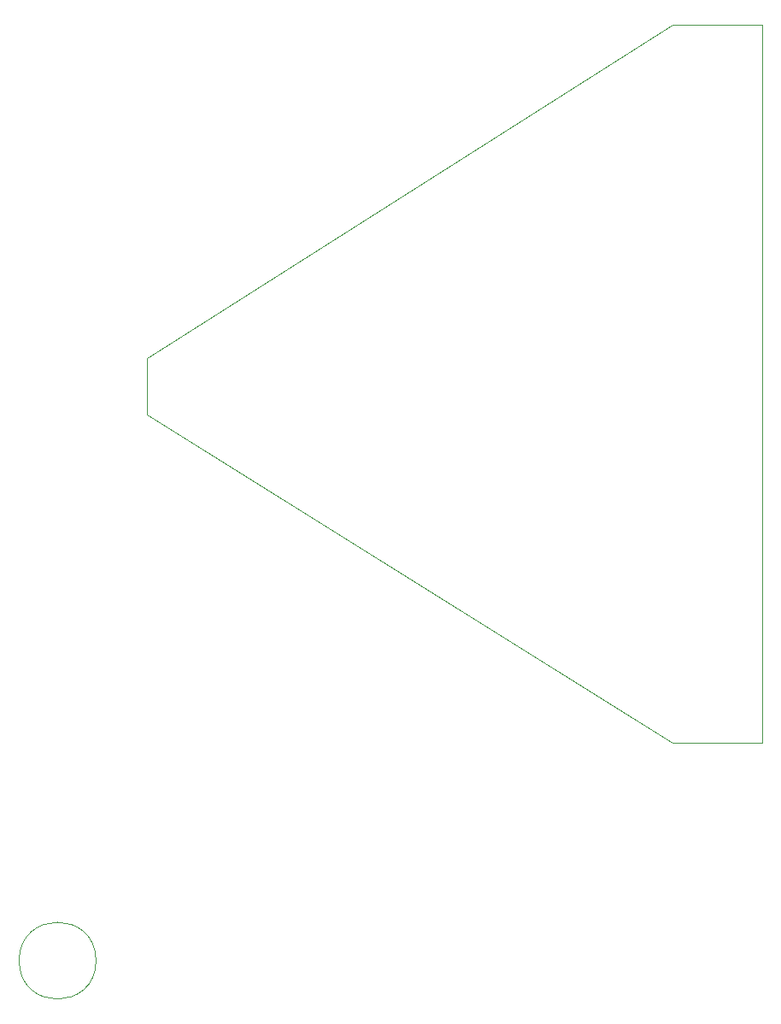
<source format=gbr>
%TF.GenerationSoftware,KiCad,Pcbnew,8.0.5*%
%TF.CreationDate,2025-03-21T14:04:30-04:00*%
%TF.ProjectId,rv_light,72765f6c-6967-4687-942e-6b696361645f,rev?*%
%TF.SameCoordinates,Original*%
%TF.FileFunction,Profile,NP*%
%FSLAX46Y46*%
G04 Gerber Fmt 4.6, Leading zero omitted, Abs format (unit mm)*
G04 Created by KiCad (PCBNEW 8.0.5) date 2025-03-21 14:04:30*
%MOMM*%
%LPD*%
G01*
G04 APERTURE LIST*
%TA.AperFunction,Profile*%
%ADD10C,0.100000*%
%TD*%
G04 APERTURE END LIST*
D10*
X58420000Y63500000D02*
X58420000Y-7620000D01*
X-2540000Y24892000D02*
X49530000Y-7620000D01*
X58420000Y63500000D02*
X49530000Y63500000D01*
X-7609993Y-29210001D02*
G75*
G02*
X-15229999Y-29210001I-3810003J0D01*
G01*
X-15229999Y-29210001D02*
G75*
G02*
X-7609993Y-29210001I3810003J0D01*
G01*
X-2540000Y30480000D02*
X-2540000Y24892000D01*
X49530000Y-7620000D02*
X58420000Y-7620000D01*
X49530000Y63500000D02*
X-2540000Y30480000D01*
M02*

</source>
